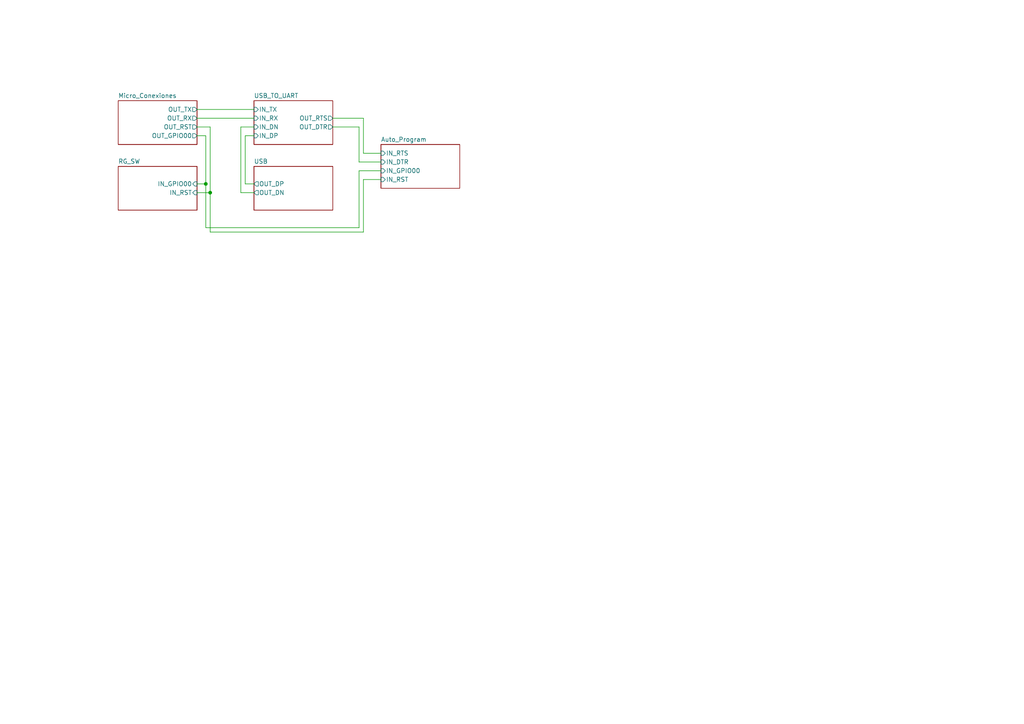
<source format=kicad_sch>
(kicad_sch (version 20230121) (generator eeschema)
  (paper "A4")
  (lib_symbols)
  (junction (at 59.69 53.34))
  (junction (at 60.96 55.88))
  (wire (pts (xy 105.41 34.29) (xy 96.52 34.29)))
  (wire (pts (xy 59.69 39.37) (xy 59.69 53.34)))
  (wire (pts (xy 60.96 36.83) (xy 60.96 55.88)))
  (wire (pts (xy 71.12 39.37) (xy 71.12 53.34)))
  (wire (pts (xy 57.15 36.83) (xy 60.96 36.83)))
  (wire (pts (xy 105.41 52.07) (xy 105.41 67.31)))
  (wire (pts (xy 60.96 55.88) (xy 60.96 67.31)))
  (wire (pts (xy 110.49 46.99) (xy 104.14 46.99)))
  (wire (pts (xy 69.85 55.88) (xy 73.66 55.88)))
  (wire (pts (xy 57.15 34.29) (xy 73.66 34.29)))
  (wire (pts (xy 104.14 46.99) (xy 104.14 36.83)))
  (wire (pts (xy 105.41 67.31) (xy 60.96 67.31)))
  (wire (pts (xy 57.15 39.37) (xy 59.69 39.37)))
  (wire (pts (xy 110.49 44.45) (xy 105.41 44.45)))
  (wire (pts (xy 105.41 44.45) (xy 105.41 34.29)))
  (wire (pts (xy 60.96 55.88) (xy 57.15 55.88)))
  (wire (pts (xy 73.66 36.83) (xy 69.85 36.83)))
  (wire (pts (xy 104.14 66.04) (xy 59.69 66.04)))
  (wire (pts (xy 104.14 49.53) (xy 104.14 66.04)))
  (wire (pts (xy 110.49 52.07) (xy 105.41 52.07)))
  (wire (pts (xy 73.66 39.37) (xy 71.12 39.37)))
  (wire (pts (xy 69.85 36.83) (xy 69.85 55.88)))
  (wire (pts (xy 110.49 49.53) (xy 104.14 49.53)))
  (wire (pts (xy 96.52 36.83) (xy 104.14 36.83)))
  (wire (pts (xy 71.12 53.34) (xy 73.66 53.34)))
  (wire (pts (xy 59.69 53.34) (xy 57.15 53.34)))
  (wire (pts (xy 59.69 66.04) (xy 59.69 53.34)))
  (wire (pts (xy 57.15 31.75) (xy 73.66 31.75)))
  (sheet (at 73.66 29.21) (size 22.86 12.7) (stroke (width 0.1524))
    (property "Sheetname" "USB_TO_UART" (at 73.66 28.4984 0) (effects (justify left bottom)))
    (property "Sheetfile" "USB_TO_UART.kicad_sch" (effects hide))
    (pin "IN_RX" input (at 73.66 34.29 180))
    (pin "IN_TX" input (at 73.66 31.75 180))
    (pin "OUT_RTS" output (at 96.52 34.29 0))
    (pin "IN_DN" input (at 73.66 36.83 180))
    (pin "OUT_DTR" output (at 96.52 36.83 0))
    (pin "IN_DP" input (at 73.66 39.37 180))
  )
  (sheet (at 34.29 29.21) (size 22.86 12.7) (stroke (width 0.1524))
    (property "Sheetname" "Micro_Conexiones" (at 34.29 28.4984 0) (effects (justify left bottom)))
    (property "Sheetfile" "Micro_Conexiones.kicad_sch" (effects hide))
    (pin "OUT_TX" output (at 57.15 31.75 0))
    (pin "OUT_RX" output (at 57.15 34.29 0))
    (pin "OUT_RST" output (at 57.15 36.83 0))
    (pin "OUT_GPIO00" output (at 57.15 39.37 0))
  )
  (sheet (at 73.66 48.26) (size 22.86 12.7) (stroke (width 0.1524))
    (property "Sheetname" "USB" (at 73.66 47.5484 0) (effects (justify left bottom)))
    (property "Sheetfile" "USB_ESP32.kicad_sch" (effects hide))
    (pin "OUT_DN" output (at 73.66 55.88 180))
    (pin "OUT_DP" output (at 73.66 53.34 180))
  )
  (sheet (at 110.49 41.91) (size 22.86 12.7) (stroke (width 0.1524))
    (property "Sheetname" "Auto_Program" (at 110.49 41.1984 0) (effects (justify left bottom)))
    (property "Sheetfile" "AUTO.kicad_sch" (effects hide))
    (pin "IN_DTR" input (at 110.49 46.99 180))
    (pin "IN_GPIO00" input (at 110.49 49.53 180))
    (pin "IN_RST" input (at 110.49 52.07 180))
    (pin "IN_RTS" input (at 110.49 44.45 180))
  )
  (sheet (at 34.29 48.26) (size 22.86 12.7) (stroke (width 0.1524))
    (property "Sheetname" "RG_SW" (at 34.29 47.5484 0) (effects (justify left bottom)))
    (property "Sheetfile" "RG_SW.kicad_sch" (effects hide))
    (pin "IN_RST" input (at 57.15 55.88 0))
    (pin "IN_GPIO00" input (at 57.15 53.34 0))
  )
)
</source>
